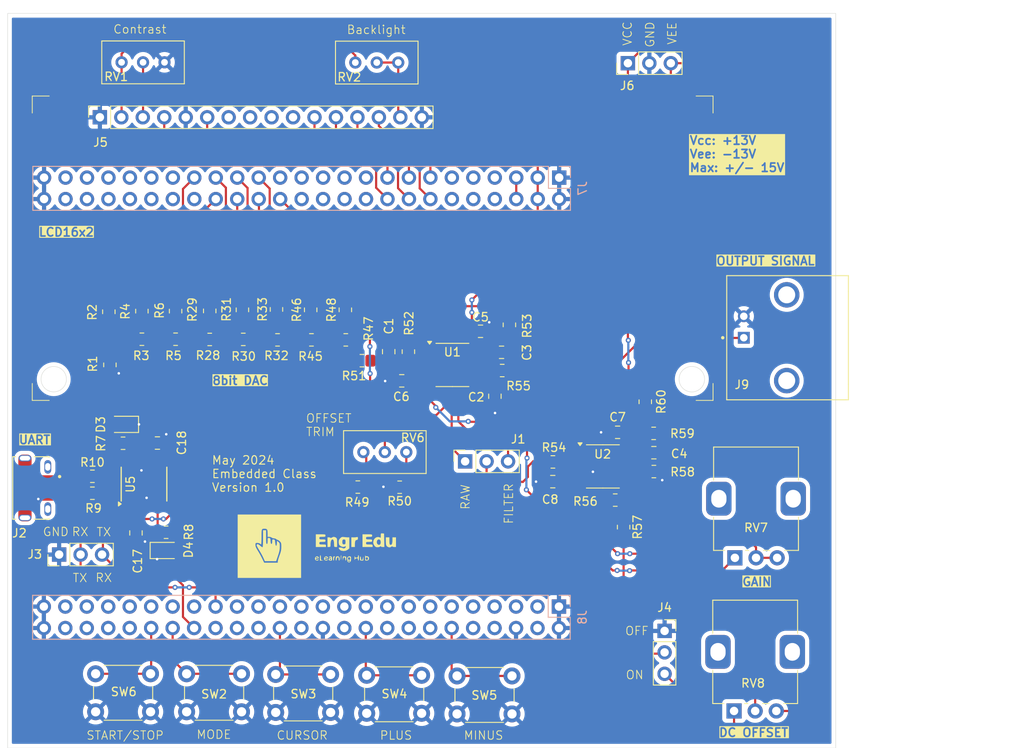
<source format=kicad_pcb>
(kicad_pcb (version 20240108) (generator "pcbnew") (generator_version "8.0")
  (layers (0 "F.Cu" signal) (31 "B.Cu" power) (34 "B.Paste" user) (35 "F.Paste" user) (36 "B.SilkS" user "B.Silkscreen") (37 "F.SilkS" user "F.Silkscreen") (38 "B.Mask" user) (39 "F.Mask" user) (44 "Edge.Cuts" user))
  (net 0 "")
  (net 1 "Net-(U1A--)")
  (net 2 "GND")
  (net 3 "/SW_CURSOR")
  (net 4 "Net-(J1-Pin_1)")
  (net 5 "Net-(U1B-+)")
  (net 6 "Net-(J1-Pin_3)")
  (net 7 "Net-(C3-Pad1)")
  (net 8 "Net-(U2B--)")
  (net 9 "Net-(C4-Pad2)")
  (net 10 "Net-(J1-Pin_2)")
  (net 11 "Net-(J4-Pin_3)")
  (net 12 "Net-(J4-Pin_2)")
  (net 14 "Net-(J9-Pad1)")
  (net 16 "Net-(R1-Pad2)")
  (net 17 "Net-(R3-Pad2)")
  (net 18 "Net-(R28-Pad1)")
  (net 19 "Net-(R28-Pad2)")
  (net 20 "Net-(R30-Pad2)")
  (net 21 "Net-(R32-Pad2)")
  (net 22 "Net-(R45-Pad2)")
  (net 23 "Net-(R47-Pad1)")
  (net 24 "Net-(R49-Pad2)")
  (net 25 "Net-(R50-Pad1)")
  (net 26 "Net-(U2A--)")
  (net 27 "Net-(R56-Pad2)")
  (net 28 "Net-(U2B-+)")
  (net 29 "Net-(U1A-+)")
  (net 30 "+5V")
  (net 42 "Net-(D3-A)")
  (net 43 "Net-(D4-A)")
  (net 44 "Net-(U5-CBUS1)")
  (net 45 "Net-(U5-CBUS2)")
  (net 46 "FTDI_VCC")
  (net 47 "/FTDI_D+")
  (net 48 "/FTDI_D-")
  (net 49 "/MODE")
  (net 50 "/FTDI_RX")
  (net 51 "/FTDI_TX")
  (net 52 "/E")
  (net 53 "/D1")
  (net 54 "/D0")
  (net 55 "/RS")
  (net 56 "/D4")
  (net 57 "/A")
  (net 58 "/D6")
  (net 59 "/D5")
  (net 60 "/D7")
  (net 61 "/D3")
  (net 62 "Net-(J5-Pin_3)")
  (net 63 "/D2")
  (net 64 "/SW_MODE")
  (net 65 "/SW_PLUS")
  (net 66 "/SW_MINUS")
  (net 67 "/SW_RUN_STOP")
  (net 68 "VCC")
  (net 69 "VEE")
  (net 70 "DAC_1")
  (net 71 "DAC_0")
  (net 72 "DAC_2")
  (net 73 "DAC_3")
  (net 74 "DAC_4")
  (net 75 "DAC_5")
  (net 76 "DAC_6")
  (net 77 "DAC_7")
  (net 143 "+3V0")
  (net 144 "/D+")
  (net 145 "/D-")
  (footprint "Capacitor_SMD:C_0805_2012Metric_Pad1.18x1.45mm_HandSolder" (layer "F.Cu") (at 129.3208 74.8538)
    (property "Reference" "C6")
    (property "Value" "0.1uF")
  )
  (footprint "Resistor_SMD:R_0805_2012Metric_Pad1.20x1.40mm_HandSolder" (layer "F.Cu") (at 124.6124 72.4662 180)
    (property "Reference" "R51")
    (property "Value" "20k")
  )
  (footprint "USB_B_Micro_Amphenol:AMPHENOL_10118194-0001LF" (layer "F.Cu") (at 84.7308 87.5424 -90)
    (property "Reference" "J2")
    (property "Value" "10118194-0001LF")
  )
  (footprint "LOGO" (layer "F.Cu") (at 121.1326 94.5896)
    (property "Reference" "G***" (hide yes))
    (property "Value" "LOGO" (hide yes))
  )
  (footprint "Button_Switch_THT:SW_PUSH_6mm_H5mm" (layer "F.Cu") (at 120.904 114.1222 180)
    (property "Reference" "SW3")
    (property "Value" "SW_CURSOR")
  )
  (footprint "Capacitor_SMD:C_0805_2012Metric_Pad1.18x1.45mm_HandSolder" (layer "F.Cu") (at 141.1318 71.4756 180)
    (property "Reference" "C3")
    (property "Value" "100pF")
  )
  (footprint "Resistor_SMD:R_0805_2012Metric_Pad1.20x1.40mm_HandSolder" (layer "F.Cu") (at 98.568 69.9262)
    (property "Reference" "R3")
    (property "Value" "10k")
  )
  (footprint "Resistor_SMD:R_0805_2012Metric_Pad1.20x1.40mm_HandSolder" (layer "F.Cu") (at 142.0622 68.2244 90)
    (property "Reference" "R53")
    (property "Value" "20k")
  )
  (footprint "Resistor_SMD:R_0805_2012Metric_Pad1.20x1.40mm_HandSolder" (layer "F.Cu") (at 96.3383 82.2452)
    (property "Reference" "R7")
    (property "Value" "270")
  )
  (footprint "Button_Switch_THT:SW_PUSH_6mm_H5mm" (layer "F.Cu") (at 110.363 114.046 180)
    (property "Reference" "SW2")
    (property "Value" "SW_MODE")
  )
  (footprint "Resistor_SMD:R_0805_2012Metric_Pad1.20x1.40mm_HandSolder" (layer "F.Cu") (at 159.131 81.0768)
    (property "Reference" "R59")
    (property "Value" "20k")
  )
  (footprint "Resistor_SMD:R_0805_2012Metric_Pad1.20x1.40mm_HandSolder" (layer "F.Cu") (at 106.5944 66.5734 90)
    (property "Reference" "R29")
    (property "Value" "20k")
  )
  (footprint "Package_SO:SOIC-8_3.9x4.9mm_P1.27mm" (layer "F.Cu") (at 135.3152 72.9742)
    (property "Reference" "U1")
    (property "Value" "TL072")
  )
  (footprint "Resistor_SMD:R_0805_2012Metric_Pad1.20x1.40mm_HandSolder" (layer "F.Cu") (at 122.6472 66.4464 90)
    (property "Reference" "R48")
    (property "Value" "20k")
  )
  (footprint "Resistor_SMD:R_0805_2012Metric_Pad1.20x1.40mm_HandSolder" (layer "F.Cu") (at 159.1564 85.598)
    (property "Reference" "R58")
    (property "Value" "20k")
  )
  (footprint "Capacitor_SMD:C_0805_2012Metric_Pad1.18x1.45mm_HandSolder" (layer "F.Cu") (at 154.8638 80.9498 180)
    (property "Reference" "C7")
    (property "Value" "0.1uF")
  )
  (footprint "Resistor_SMD:R_0805_2012Metric_Pad1.20x1.40mm_HandSolder" (layer "F.Cu") (at 110.5662 69.9444)
    (property "Reference" "R30")
    (property "Value" "10k")
  )
  (footprint "BNC_RightAngle_50ohm:BNC_RightAngle_50ohm" (layer "F.Cu") (at 169.799 69.7484 180)
    (property "Reference" "J9")
    (property "Value" "BNC_CONN")
  )
  (footprint "Resistor_SMD:R_0805_2012Metric_Pad1.20x1.40mm_HandSolder" (layer "F.Cu") (at 94.7834 72.9648 90)
    (property "Reference" "R1")
    (property "Value" "20k")
  )
  (footprint "Potentiometer_THT:Potentiometer_Alps_RK09K_Single_Vertical" (layer "F.Cu") (at 168.7468 95.8136 90)
    (property "Reference" "RV7")
    (property "Value" "100k")
  )
  (footprint "Package_SO:SOIC-8_3.9x4.9mm_P1.27mm" (layer "F.Cu") (at 153.1224 84.9884)
    (property "Reference" "U2")
    (property "Value" "TL072")
  )
  (footprint "Capacitor_SMD:C_0805_2012Metric_Pad1.18x1.45mm_HandSolder" (layer "F.Cu") (at 127.7753 71.3994 90)
    (property "Reference" "C1")
    (property "Value" "100pF")
  )
  (footprint "Resistor_SMD:R_0805_2012Metric_Pad1.20x1.40mm_HandSolder" (layer "F.Cu") (at 110.4646 66.4464 90)
    (property "Reference" "R31")
    (property "Value" "20k")
  )
  (footprint "Resistor_SMD:R_0805_2012Metric_Pad1.20x1.40mm_HandSolder" (layer "F.Cu") (at 129.0734 87.4522 180)
    (property "Reference" "R50")
    (property "Value" "10k")
  )
  (footprint "Capacitor_SMD:C_0805_2012Metric_Pad1.18x1.45mm_HandSolder" (layer "F.Cu") (at 147.193 86.7918)
    (property "Reference" "C8")
    (property "Value" "0.1uF")
  )
  (footprint "Resistor_SMD:R_0805_2012Metric_Pad1.20x1.40mm_HandSolder" (layer "F.Cu") (at 102.5558 66.5988 90)
    (property "Reference" "R6")
    (property "Value" "20k")
  )
  (footprint "Resistor_SMD:R_0805_2012Metric_Pad1.20x1.40mm_HandSolder" (layer "F.Cu") (at 155.575 92.1766 -90)
    (property "Reference" "R57")
    (property "Value" "20k")
  )
  (footprint "Resistor_SMD:R_0805_2012Metric_Pad1.20x1.40mm_HandSolder" (layer "F.Cu") (at 98.568 66.5988 90)
    (property "Reference" "R4")
    (property "Value" "20k")
  )
  (footprint "Connector_PinHeader_2.54mm:PinHeader_1x03_P2.54mm_Vertical" (layer "F.Cu") (at 88.773 95.4278 90)
    (property "Reference" "J3")
    (property "Value" "FTDI_UART_CONN")
  )
  (footprint "Resistor_SMD:R_0805_2012Metric_Pad1.20x1.40mm_HandSolder" (layer "F.Cu") (at 114.4938 66.3956 90)
    (property "Reference" "R33")
    (property "Value" "20k")
  )
  (footprint "Potentiometer_THT:Potentiometer_Alps_RK09K_Single_Vertical" (layer "F.Cu") (at 168.6452 113.9492 90)
    (property "Reference" "RV8")
    (property "Value" "1M")
  )
  (footprint "Connector_PinSocket_2.54mm:PinSocket_1x03_P2.54mm_Vertical" (layer "F.Cu") (at 160.4264 104.4702)
    (property "Reference" "J4")
    (property "Value" "DC_OFFSET_CONN")
  )
  (footprint "Button_Switch_THT:SW_PUSH_6mm_H5mm" (layer "F.Cu") (at 131.6736 114.2238 180)
    (property "Reference" "SW4")
    (property "Value" "SW_PLUS")
  )
  (footprint "LED_SMD:LED_0805_2012Metric_Pad1.15x1.40mm_HandSolder" (layer "F.Cu") (at 101.4058 94.9452)
    (property "Reference" "D4")
    (property "Value" "RXLED")
  )
  (footprint "Capacitor_SMD:C_0805_2012Metric_Pad1.18x1.45mm_HandSolder" (layer "F.Cu") (at 138.6426 68.9864)
    (property "Reference" "C5")
    (property "Value" "0.1uF")
  )
  (footprint "Resistor_SMD:R_0805_2012Metric_Pad1.20x1.40mm_HandSolder" (layer "F.Cu") (at 154.5844 88.9762 180)
    (property "Reference" "R56")
    (property "Value" "20k")
  )
  (footprint "Connector_PinSocket_2.54mm:PinSocket_1x03_P2.54mm_Vertical" (layer "F.Cu") (at 136.8198 84.3896 90)
    (property "Reference" "J1")
    (property "Value" "FILTER_CONN")
  )
  (footprint "Connector_PinSocket_2.54mm:PinSocket_1x16_P2.54mm_Vertical" (layer "F.Cu") (at 93.594902 43.6444 90)
    (property "Reference" "J5")
    (property "Value" "LCD_CONN")
  )
  (footprint "Connector_PinHeader_2.54mm:PinHeader_1x03_P2.54mm_Vertical" (layer "F.Cu") (at 156.083 37.2364 90)
    (property "Reference" "J6")
    (property "Value" "Conn_OpAmp_Power")
  )
  (footprint "Resistor_SMD:R_0805_2012Metric_Pad1.20x1.40mm_HandSolder" (layer "F.Cu") (at 124.1204 87.4362)
    (property "Reference" "R49")
    (property "Value" "100k")
  )
  (footprint "Capacitor_SMD:C_0805_2012Metric_Pad1.18x1.45mm_HandSolder" (layer "F.Cu") (at 100.4062 82.2198 180)
    (property "Reference" "C18")
    (property "Value" "0.01uF")
  )
  (footprint "Button_Switch_THT:SW_PUSH_6mm_H5mm" (layer "F.Cu") (at 99.5934 114.046 180)
    (property "Reference" "SW6")
    (property "Value" "SW_RUN_STOP")
  )
  (footprint "Resistor_SMD:R_0805_2012Metric_Pad1.20x1.40mm_HandSolder" (layer "F.Cu") (at 118.634 70.0024)
    (property "Reference" "R45")
    (property "Value" "10k")
  )
  (footprint "Package_SO:SSOP-16_3.9x4.9mm_P0.635mm" (layer "F.Cu") (at 98.8187 87.0839 90)
    (property "Reference" "U5")
    (property "Value" "FT230XS")
  )
  (footprint "Resistor_SMD:R_0805_2012Metric_Pad1.20x1.40mm_HandSolder" (layer "F.Cu") (at 101.4312 92.7862 180)
    (property "Reference" "R8")
    (property "Value" "270")
  )
  (footprint "Resistor_SMD:R_0805_2012Metric_Pad1.20x1.40mm_HandSolder" (layer "F.Cu") (at 106.5944 69.9516)
    (property "Reference" "R28")
    (property "Value" "10k")
  )
  (footprint "Potentiometer_THT:Potentiometer_Bourns_3296W_Vertical" (layer "F.Cu") (at 128.905 37.1602)
    (property "Reference" "RV2")
    (property "Value" "1k")
  )
  (footprint "Resistor_SMD:R_0805_2012Metric_Pad1.20x1.40mm_HandSolder" (layer "F.Cu") (at 118.5418 66.4464 90)
    (property "Reference" "R46")
    (property "Value" "20k")
  )
  (footprint "Capacitor_SMD:C_0805_2012Metric_Pad1.18x1.45mm_HandSolder" (layer "F.Cu") (at 159.1564 83.3628 180)
    (property "Reference" "C4")
    (property "Value" "680pF")
  )
  (footprint "Resistor_SMD:R_0805_2012Metric_Pad1.20x1.40mm_HandSolder" (layer "F.Cu") (at 141.208 73.6346)
    (property "Reference" "R55")
    (property "Value" "20k")
  )
  (footprint "LED_SMD:LED_0805_2012Metric_Pad1.15x1.40mm_HandSolder" (layer "F.Cu") (at 96.3129 80.01 180)
    (property "Reference" "D3")
    (property "Value" "TXLED")
  )
  (footprint "Resistor_SMD:R_0805_2012Metric_Pad1.20x1.40mm_HandSolder" (layer "F.Cu") (at 130.1082 71.3994 -90)
    (property "Reference" "R52")
    (property "Value" "20k")
  )
  (footprint "Capacitor_SMD:C_0805_2012Metric_Pad1.18x1.45mm_HandSolder" (layer "F.Cu") (at 97.8662 92.8663 -90)
    (property "Reference" "C17")
    (property "Value" "0.1uF")
  )
  (footprint "Resistor_SMD:R_0805_2012Metric_Pad1.20x1.40mm_HandSolder" (layer "F.Cu") (at 122.698 70.0024 180)
    (property "Reference" "R47")
    (property "Value" "10k")
  )
  (footprint "Resistor_SMD:R_0805_2012Metric_Pad1.20x1.40mm_HandSolder" (layer "F.Cu") (at 92.71 86.1568)
    (property "Reference" "R10")
    (property "Value" "27R")
  )
  (footprint "Potentiometer_THT:Potentiometer_Bourns_3296W_Vertical" (layer "F.Cu") (at 101.2444 37.1348)
    (property "Reference" "RV1")
    (property "Value" "10k")
  )
  (footprint "Resistor_SMD:R_0805_2012Metric_Pad1.20x1.40mm_HandSolder" (layer "F.Cu") (at 92.71 88.1634)
    (property "Reference" "R9")
    (property "Value" "27R")
  )
  (footprint "Button_Switch_THT:SW_PUSH_6mm_H5mm" (layer "F.Cu") (at 142.367 114.3 180)
    (property "Reference" "SW5")
    (property "Value" "SW_MINUS")
  )
  (footprint "Resistor_SMD:R_0805_2012Metric_Pad1.20x1.40mm_HandSolder" (layer "F.Cu") (at 114.6208 70.0024)
    (property "Reference" "R32")
    (property "Value" "10k")
  )
  (footprint "Resistor_SMD:R_0805_2012Metric_Pad1.20x1.40mm_HandSolder" (layer "F.Cu") (at 94.6564 66.675 90)
    (property "Reference" "R2")
    (property "Value" "20k")
  )
  (footprint "Resistor_SMD:R_0805_2012Metric_Pad1.20x1.40mm_HandSolder" (layer "F.Cu") (at 147.209 84.455 180)
    (property "Reference" "R54")
    (property "Value" "1k")
  )
  (footprint "Resistor_SMD:R_0805_2012Metric_Pad1.20x1.40mm_HandSolder" (layer "F.Cu") (at 102.5558 69.9262)
    (property "Reference" "R5")
    (property "Value" "10k")
  )
  (footprint "Resistor_SMD:R_0805_2012Metric_Pad1.20x1.40mm_HandSolder" (layer "F.Cu") (at 158.1404 77.3336 -90)
    (property "Reference" "R60")
    (property "Value" "49.9")
  )
  (footprint "Potentiometer_THT:Potentiometer_Bourns_3296W_Vertical" (layer "F.Cu") (at 124.7808 83.296 180)
    (property "Reference" "RV6")
    (property "Value" "20k")
  )
  (footprint "Capacitor_SMD:C_0805_2012Metric_Pad1.18x1.45mm_HandSolder" (layer "F.Cu") (at 140.3444 76.6787 90)
    (property "Reference" "C2")
    (property "Value" "100pF")
  )
  (footprint "Connector_PinSocket_2.54mm:PinSocket_2x25_P2.54mm_Vertical" (layer "B.Cu") (at 147.9506 50.7872 90)
    (property "Reference" "J7")
    (property "Value" "Conn_DiscBoard_Right")
  )
  (footprint "Connector_PinSocket_2.54mm:PinSocket_2x25_P2.54mm_Vertical" (layer "B.Cu") (at 147.9252 101.5872 90)
    (property "Reference" "J8")
    (property "Value" "Conn_DiscBoard_Left")
  )
  (gr_line (start 166.162702 41.1298) (end 164.156102 41.1298) (stroke (width 0.1)) (layer "F.SilkS"))
  (gr_line (start 166.162702 41.1298) (end 166.162702 43.1364) (stroke (width 0.1)) (layer "F.SilkS"))
  (gr_line (start 166.162702 77.1724) (end 164.156102 77.1724) (stroke (width 0.1)) (layer "F.SilkS"))
  (gr_line (start 85.593902 77.1724) (end 85.593902 75.1658) (stroke (width 0.1)) (layer "F.SilkS"))
  (gr_line (start 85.593902 77.1724) (end 87.600502 77.1724) (stroke (width 0.1)) (layer "F.SilkS"))
  (gr_line (start 85.593902 41.1298) (end 87.600502 41.1298) (stroke (width 0.1)) (layer "F.SilkS"))
  (gr_line (start 85.593902 41.1298) (end 85.593902 43.1364) (stroke (width 0.1)) (layer "F.SilkS"))
  (gr_line (start 166.162702 77.1724) (end 166.162702 75.1658) (stroke (width 0.1)) (layer "F.SilkS"))
  (gr_rect (start 82.677 31.3436) (end 180.677 118.3436) (stroke (width 0.05)) (fill none) (layer "Edge.Cuts"))
  (gr_circle (center 88.133902 74.6578) (end 89.429302 75.4198) (stroke (width 0.05)) (fill none) (layer "Edge.Cuts"))
  (gr_circle (center 163.648102 74.6578) (end 164.994302 75.3436) (stroke (width 0.05)) (fill none) (layer "Edge.Cuts"))
  (gr_text "May 2024\nEmbedded Class\nVersion 1.0" (at 106.7816 88.0618 0) (layer "F.SilkS") (effects (font (size 1 1) (thickness 0.125)) (justify left bottom)))
  (gr_text "Contrast" (at 95.123 33.8074 0) (layer "F.SilkS") (effects (font (size 1 1) (thickness 0.1)) (justify left bottom)))
  (gr_text "OUTPUT SIGNAL" (at 166.4462 61.2394 0) (layer "F.SilkS" knockout) (effects (font (size 1 1) (thickness 0.2) (bold yes)) (justify left bottom)))
  (gr_text "VCC\n" (at 156.6164 35.2298 90) (layer "F.SilkS") (effects (font (size 1 1) (thickness 0.1)) (justify left bottom)))
  (gr_text "LCD16x2" (at 86.2584 57.8358 0) (layer "F.SilkS" knockout) (effects (font (size 1 1) (thickness 0.2) (bold yes)) (justify left bottom)))
  (gr_text "GND" (at 86.7918 93.3196 0) (layer "F.SilkS") (effects (font (size 1 1) (thickness 0.1)) (justify left bottom)))
  (gr_text "UART" (at 83.8962 82.423 0) (layer "F.SilkS" knockout) (effects (font (size 1 1) (thickness 0.2) (bold yes)) (justify left bottom)))
  (gr_text "CURSOR" (at 114.4524 117.4242 0) (layer "F.SilkS") (effects (font (size 1 1) (thickness 0.1)) (justify left bottom)))
  (gr_text "TX" (at 93.1418 93.345 0) (layer "F.SilkS") (effects (font (size 1 1) (thickness 0.1)) (justify left bottom)))
  (gr_text "PLUS" (at 126.6698 117.4242 0) (layer "F.SilkS") (effects (font (size 1 1) (thickness 0.1)) (justify left bottom)))
  (gr_text "DC OFFSET" (at 166.751 117.094 0) (layer "F.SilkS" knockout) (effects (font (size 1 1) (thickness 0.2) (bold yes)) (justify left bottom)))
  (gr_text "ON" (at 155.7782 110.2614 0) (layer "F.SilkS") (effects (font (size 1 1) (thickness 0.1)) (justify left bottom)))
  (gr_text "TX" (at 90.3224 98.7806 0) (layer "F.SilkS") (effects (font (size 1 1) (thickness 0.1)) (justify left bottom)))
  (gr_text "OFFSET \nTRIM" (at 117.9322 81.4832 0) (layer "F.SilkS") (effects (font (size 1 1) (thickness 0.1)) (justify left bottom)))
  (gr_text "MODE" (at 104.9782 117.3226 0) (layer "F.SilkS") (effects (font (size 1 1) (thickness 0.1)) (justify left bottom)))
  (gr_text "OFF\n" (at 155.702 105.0544 0) (layer "F.SilkS") (effects (font (size 1 1) (thickness 0.1)) (justify left bottom)))
  (gr_text "MINUS" (at 136.6012 117.4242 0) (layer "F.SilkS") (effects (font (size 1 1) (thickness 0.1)) (justify left bottom)))
  (gr_text "VEE" (at 161.8996 35.1028 90) (layer "F.SilkS") (effects (font (size 1 1) (thickness 0.1)) (justify left bottom)))
  (gr_text "START/STOP" (at 91.948 117.4242 0) (layer "F.SilkS") (effects (font (size 1 1) (thickness 0.1)) (justify left bottom)))
  (gr_text "RX" (at 93.0148 98.7552 0) (layer "F.SilkS") (effects (font (size 1 1) (thickness 0.1)) (justify left bottom)))
  (gr_text "8bit DAC" (at 106.807 75.4126 0) (layer "F.SilkS" knockout) (effects (font (size 1 1) (thickness 0.2) (bold yes)) (justify left bottom)))
  (gr_text "FILTER" (at 142.5702 91.8718 90) (layer "F.SilkS") (effects (font (size 1 1) (thickness 0.1)) (justify left bottom)))
  (gr_text "RX" (at 90.2208 93.3196 0) (layer "F.SilkS") (effects (font (size 1 1) (thickness 0.1)) (justify left bottom)))
  (gr_text "Backlight" (at 122.7582 33.8582 0) (layer "F.SilkS") (effects (font (size 1 1) (thickness 0.1)) (justify left bottom)))
  (gr_text "RAW" (at 137.4394 90.17 90) (layer "F.SilkS") (effects (font (size 1 1) (thickness 0.1)) (justify left bottom)))
  (gr_text "Vcc: +13V\nVee: -13V\nMax: +/- 15V" (at 163.2966 50.1904 0) (layer "F.SilkS" knockout) (effects (font (size 1 1) (thickness 0.2) (bold yes)) (justify left bottom)))
  (gr_text "GND" (at 159.2834 35.433 90) (layer "F.SilkS") (effects (font (size 1 1) (thickness 0.1)) (justify left bottom)))
  (gr_text "GAIN" (at 169.5196 99.2378 0) (layer "F.SilkS" knockout) (effects (font (size 1 1) (thickness 0.2) (bold yes)) (justify left bottom)))
  (segment (start 125.6124 72.4662) (end 127.746 72.4662) (width 0.254) (layer "F.Cu") (net 1))
  (segment (start 130.0707 72.4369) (end 130.1082 72.3994) (width 0.254) (layer "F.Cu") (net 1))
  (segment (start 127.746 72.4662) (end 127.7753 72.4369) (width 0.254) (layer "F.Cu") (net 1))
  (segment (start 132.78 72.3994) (end 132.8402 72.3392) (width 0.254) (layer "F.Cu") (net 1))
  (segment (start 127.7753 72.4369) (end 130.0707 72.4369) (width 0.254) (layer "F.Cu") (net 1))
  (segment (start 130.1082 72.3994) (end 132.78 72.3994) (width 0.254) (layer "F.Cu") (net 1))
  (segment (start 94.7834 73.9648) (end 95.8342 73.9648) (width 0.254) (layer "F.Cu") (net 2))
  (segment (start 101.4437 81.1839) (end 101.4492 81.1784) (width 0.254) (layer "F.Cu") (net 2))
  (segment (start 98.5012 85.4456) (end 98.5139 85.4583) (width 0.254) (layer "F.Cu") (net 2))
  (segment (start 139.6801 68.9864) (end 139.6801 67.9251) (width 0.254) (layer "F.Cu") (net 2))
  (segment (start 86.316 88.8424) (end 86.3092 88.8492) (width 0.254) (layer "F.Cu") (net 2))
  (segment (start 98.5012 84.4839) (end 98.5012 85.4456) (width 0.254) (layer "F.Cu") (net 2))
  (segment (start 139.6801 67.9251) (end 139.6746 67.9196) (width 0.254) (layer "F.Cu") (net 2))
  (segment (start 160.147 86.614) (end 160.147 85.6074) (width 0.254) (layer "F.Cu") (net 2))
  (segment (start 101.4437 82.2198) (end 101.4437 81.1839) (width 0.254) (layer "F.Cu") (net 2))
  (segment (start 140.3444 77.7162) (end 140.3444 78.6478) (width 0.254) (layer "F.Cu") (net 2))
  (segment (start 153.8263 80.9498) (end 152.908 80.9498) (width 0.254) (layer "F.Cu") (net 2))
  (segment (start 127.2032 87.4522) (end 127.1524 87.4014) (width 0.254) (layer "F.Cu") (net 2))
  (segment (start 98.9332 93.8895) (end 97.8805 93.8895) (width 0.254) (layer "F.Cu") (net 2))
  (segment (start 98.2234 80.01) (end 97.3379 80.01) (width 0.254) (layer "F.Cu") (net 2))
  (segment (start 99.1362 89.6839) (end 99.1362 88.7222) (width 0.254) (layer "F.Cu") (net 2))
  (segment (start 160.147 85.6074) (end 160.1564 85.598) (width 0.254) (layer "F.Cu") (net 2))
  (segment (start 127.381 74.8538) (end 127.3556 74.8792) (width 0.254) (layer "F.Cu") (net 2))
  (segment (start 145.2118 86.7918) (end 146.1555 86.7918) (width 0.254) (layer "F.Cu") (net 2))
  (segment (start 128.2833 74.8538) (end 127.381 74.8538) (width 0.254) (layer "F.Cu") (net 2))
  (segment (start 151.9428 85.6234) (end 150.6474 85.6234) (width 0.254) (layer "F.Cu") (net 2))
  (segment (start 140.3444 78.6478) (end 140.3604 78.6638) (width 0.254) (layer "F.Cu") (net 2))
  (segment (start 100.3646 95.9684) (end 100.3646 94.9614) (width 0.254) (layer "F.Cu") (net 2))
  (segment (start 99.1362 88.7222) (end 99.1235 88.7095) (width 0.254) (layer "F.Cu") (net 2))
  (segment (start 100.3646 94.9614) (end 100.3808 94.9452) (width 0.254) (layer "F.Cu") (net 2))
  (segment (start 128.0734 87.4522) (end 127.2032 87.4522) (width 0.254) (layer "F.Cu") (net 2))
  (segment (start 87.4058 88.8424) (end 86.316 88.8424) (width 0.254) (layer "F.Cu") (net 2))
  (segment (start 97.8805 93.8895) (end 97.8662 93.9038) (width 0.254) (layer "F.Cu") (net 2))
  (via (at 151.9428 85.6234) (size 0.6) (drill 0.3) (layers "F.Cu" "B.Cu") (net 2))
  (via (at 98.2234 80.01) (size 0.6) (drill 0.3) (layers "F.Cu" "B.Cu") (net 2))
  (via (at 139.6746 67.9196) (size 0.6) (drill 0.3) (layers "F.Cu" "B.Cu") (net 2))
  (via (at 140.3604 78.6638) (size 0.6) (drill 0.3) (layers "F.Cu" "B.Cu") (net 2))
  (via (at 100.3646 95.9684) (size 0.6) (drill 0.3) (layers "F.Cu" "B.Cu") (net 2))
  (via (at 99.1235 88.7095) (size 0.6) (drill 0.3) (layers "F.Cu" "B.Cu") (net 2))
  (via (at 127.3556 74.8792) (size 0.6) (drill 0.3) (layers "F.Cu" "B.Cu") (net 2))
  (via (at 98.5139 85.4583) (size 0.6) (drill 0.3) (layers "F.Cu" "B.Cu") (net 2))
  (via (at 127.1524 87.4014) (size 0.6) (drill 0.3) (layers "F.Cu" "B.Cu") (net 2))
  (via (at 152.908 80.9498) (size 0.6) (drill 0.3) (layers "F.Cu" "B.Cu") (net 2))
  (via (at 160.147 86.614) (size 0.6) (drill 0.3) (layers "F.Cu" "B.Cu") (net 2))
  (via (at 86.3092 88.8492) (size 0.6) (drill 0.3) (layers "F.Cu" "B.Cu") (net 2))
  (via (at 145.2118 86.7918) (size 0.6) (drill 0.3) (layers "F.Cu" "B.Cu") (net 2))
  (via (at 95.8342 73.9648) (size 0.6) (drill 0.3) (layers "F.Cu" "B.Cu") (net 2))
  (via (at 101.4492 81.1784) (size 0.6) (drill 0.3) (layers "F.Cu" "B.Cu") (net 2))
  (via (at 98.9332 93.8895) (size 0.6) (drill 0.3) (layers "F.Cu" "B.Cu") (net 2))
  (segment (start 114.9052 109.121) (end 114.404 109.6222) (width 0.254) (layer "F.Cu") (net 3))
  (segment (start 120.904 109.6222) (end 114.404 109.6222) (width 0.254) (layer "F.Cu") (net 3))
  (segment (start 114.9052 104.1272) (end 114.9052 109.121) (width 0.254) (layer "F.Cu") (net 3))
  (segment (start 132.8402 71.0692) (end 132.8402 70.1312) (width 0.254) (layer "F.Cu") (net 4))
  (segment (start 136.9568 66.0146) (end 141.7066 66.0146) (width 0.254) (layer "F.Cu") (net 4))
  (segment (start 136.8198 84.3896) (end 135.2296 82.7994) (width 0.254) (layer "F.Cu") (net 4))
  (segment (start 132.1704 70.3994) (end 132.8402 71.0692) (width 0.254) (layer "F.Cu") (net 4))
  (segment (start 132.8402 70.1312) (end 136.9568 66.0146) (width 0.254) (layer "F.Cu") (net 4))
  (segment (start 127.8128 70.3994) (end 127.7753 70.3619) (width 0.254) (layer "F.Cu") (net 4))
  (segment (start 135.2296 82.7994) (end 135.2296 72.3138) (width 0.254) (layer "F.Cu") (net 4))
  (segment (start 130.1082 70.3994) (end 127.8128 70.3994) (width 0.254) (layer "F.Cu") (net 4))
  (segment (start 135.2296 72.3138) (end 133.985 71.0692) (width 0.254) (layer "F.Cu") (net 4))
  (segment (start 141.986 66.294) (end 141.986 67.1482) (width 0.254) (layer "F.Cu") (net 4))
  (segment (start 141.986 67.1482) (end 142.0622 67.2244) (width 0.254) (layer "F.Cu") (net 4))
  (segment (start 133.985 71.0692) (end 132.8402 71.0692) (width 0.254) (layer "F.Cu") (net 4))
  (segment (start 130.1082 70.3994) (end 132.1704 70.3994) (width 0.254) (layer "F.Cu") (net 4))
  (segment (start 141.7066 66.0146) (end 141.986 66.294) (width 0.254) (layer "F.Cu") (net 4))
  (segment (start 140.208 73.6346) (end 140.3444 73.771) (width 0.254) (layer "F.Cu") (net 5))
  (segment (start 140.3444 73.771) (end 140.3444 75.6412) (width 0.254) (layer "F.Cu") (net 5))
  (segment (start 137.7902 74.8792) (end 139.5824 74.8792) (width 0.254) (layer "F.Cu") (net 5))
  (segment (start 139.5824 74.8792) (end 140.3444 75.6412) (width 0.254) (layer "F.Cu") (net 5))
  (segment (start 141.8998 81.7018) (end 141.8998 84.3896) (width 0.254) (layer "F.Cu") (net 6))
  (segment (start 139.2307 72.3392) (end 140.0943 71.4756) (width 0.254) (layer "F.Cu") (net 6))
  (segment (start 137.7902 72.3392) (end 139.2307 72.3392) (width 0.254) (layer "F.Cu") (net 6))
  (segment (start 141.1224 80.9244) (end 141.8998 81.7018) (width 0.254) (layer "F.Cu") (net 6))
  (segment (start 136.6266 73.6092) (end 136.017 74.2188) (width 0.254) (layer "F.Cu") (net 6))
  (segment (start 137.7902 72.3392) (end 137.7902 73.6092) (width 0.254) (layer "F.Cu") (net 6))
  (segment (start 136.017 79.6544) (end 137.287 80.9244) (width 0.254) (layer "F.Cu") (net 6))
  (segment (start 137.287 80.9244) (end 141.1224 80.9244) (width 0.254) (layer "F.Cu") (net 6))
  (segment (start 137.7902 73.6092) (end 136.6266 73.6092) (width 0.254) (layer "F.Cu") (net 6))
  (segment (start 136.017 74.2188) (end 136.017 79.6544) (width 0.254) (layer "F.Cu") (net 6))
  (segment (start 142.0622 71.3685) (end 142.1693 71.4756) (width 0.254) (layer "F.Cu") (net 7))
  (segment (start 142.0622 69.2244) (end 142.0622 71.3685) (width 0.254) (layer "F.Cu") (net 7))
  (segment (start 142.208 71.5143) (end 142.1693 71.4756) (width 0.254) (layer "F.Cu") (net 7))
  (segment (start 142.208 73.6346) (end 142.208 71.5143) (width 0.254) (layer "F.Cu") (net 7))
  (segment (start 155.6228 85.598) (end 155.5974 85.6234) (width 0.254) (layer "F.Cu") (net 8))
  (segment (start 160.131 83.2999) (end 160.1939 83.3628) (width 0.254) (layer "F.Cu") (net 8))
  (segment (start 158.1564 85.598) (end 155.6228 85.598) (width 0.254) (layer "F.Cu") (net 8))
  (segment (start 160.131 81.0768) (end 160.131 83.2999) (width 0.254) (layer "F.Cu") (net 8))
  (segment (start 160.1939 83.3628) (end 160.1939 83.5605) (width 0.254) (layer "F.Cu") (net 8))
  (segment (start 160.1939 83.5605) (end 158.1564 85.598) (width 0.254) (layer "F.Cu") (net 8))
  (segment (start 158.1404 78.3336) (end 158.131 78.343) (width 0.254) (layer "F.Cu") (net 9))
  (segment (start 158.1189 81.0889) (end 158.131 81.0768) (width 0.254) (layer "F.Cu") (net 9))
  (segment (start 155.5974 84.3534) (end 157.1283 84.3534) (width 0.254) (layer "F.Cu") (net 9))
  (segment (start 157.1283 84.3534) (end 158.1189 83.3628) (width 0.254) (layer "F.Cu") (net 9))
  (segment (start 158.131 78.343) (end 158.131 81.0768) (width 0.254) (layer "F.Cu") (net 9))
  (segment (start 158.1189 83.3628) (end 158.1189 81.0889) (width 0.254) (layer "F.Cu") (net 9))
  (segment (start 144.8816 84.3788) (end 146.1328 84.3788) (width 0.254) (layer "F.Cu") (net 10))
  (segment (start 143.6624 86.8172) (end 144.2466 86.233) (width 0.254) (layer "F.Cu") (net 10))
  (segment (start 139.3598 86.2738) (end 139.9032 86.8172) (width 0.254) (layer "F.Cu") (net 10))
  (segment (start 144.2466 86.233) (end 144.2466 85.0138) (width 0.254) (layer "F.Cu") (net 10))
  (segment (start 139.3598 84.3896) (end 139.3598 86.2738) (width 0.254) (layer "F.Cu") (net 10))
  (segment (start 146.1328 84.3788) (end 146.209 84.455) (width 0.254) (layer "F.Cu") (net 10))
  (segment (start 139.9032 86.8172) (end 143.6624 86.8172) (width 0.254) (layer "F.Cu") (net 10))
  (segment (start 144.2466 85.0138) (end 144.8816 84.3788) (width 0.254) (layer "F.Cu") (net 10))
  (segment (start 171.1452 111.6838) (end 171.1452 113.9492) (width 0.254) (layer "F.Cu") (net 11))
  (segment (start 160.4264 109.5502) (end 161.9504 111.0742) (width 0.254) (layer "F.Cu") (net 11))
  (segment (start 170.5356 111.0742) (end 171.1452 111.6838) (width 0.254) (layer "F.Cu") (net 11))
  (segment (start 161.9504 111.0742) (end 170.5356 111.0742) (width 0.254) (layer "F.Cu") (net 11))
  (segment (start 160.274 107.1626) (end 160.4264 107.0102) (width 0.254) (layer "F.Cu") (net 12))
  (segment (start 155.575 93.1766) (end 155.575 104.902) (width 0.254) (layer "F.Cu") (net 12))
  (segment (start 155.575 104.902) (end 157.8356 107.1626) (width 0.254) (layer "F.Cu") (net 12))
  (segment (start 157.8356 107.1626) (end 160.274 107.1626) (width 0.254) (layer "F.Cu") (net 12))
  (segment (start 158.1404 76.3336) (end 158.1404 72.771) (width 0.254) (layer "F.Cu") (net 14))
  (segment (start 158.1404 72.771) (end 161.1376 69.7738) (width 0.254) (layer "F.Cu") (net 14))
  (segment (start 169.7736 69.7738) (end 169.799 69.7484) (width 0.254) (layer "F.Cu") (net 14))
  (segment (start 161.1376 69.7738) (end 169.7736 69.7738) (width 0.254) (layer "F.Cu") (net 14))
  (segment (start 94.7834 71.9648) (end 94.7834 67.802) (width 0.254) (layer "F.Cu") (net 16))
  (segment (start 97.568 69.9262) (end 95.5294 71.9648) (width 0.254) (layer "F.Cu") (net 16))
  (segment (start 94.7834 67.802) (end 94.6564 67.675) (width 0.254) (layer "F.Cu") (net 16))
  (segment (start 95.5294 71.9648) (end 94.7834 71.9648) (width 0.254) (layer "F.Cu") (net 16))
  (segment (start 99.568 68.5988) (end 99.568 69.9262) (width 0.254) (layer "F.Cu") (net 17))
  (segment (start 98.568 67.5988) (end 99.568 68.5988) (width 0.254) (layer "F.Cu") (net 17))
  (segment (start 99.568 69.9262) (end 101.5558 69.9262) (width 0.254) (layer "F.Cu") (net 17))
  (segment (start 103.5558 69.9262) (end 103.5558 68.5988) (width 0.254) (layer "F.Cu") (net 18))
  (segment (start 105.5944 69.9516) (end 103.5812 69.9516) (width 0.254) (layer "F.Cu") (net 18))
  (segment (start 103.5812 69.9516) (end 103.5558 69.9262) (width 0.254) (layer "F.Cu") (net 18))
  (segment (start 103.5558 68.5988) (end 102.5558 67.5988) (width 0.254) (layer "F.Cu") (net 18))
  (segment (start 107.5944 69.9516) (end 107.5944 68.5734) (width 0.254) (layer "F.Cu") (net 19))
  (segment (start 109.5662 69.9444) (end 107.6016 69.9444) (width 0.254) (layer "F.Cu") (net 19))
  (segment (start 107.6016 69.9444) (end 107.5944 69.9516) (width 0.254) (layer "F.Cu") (net 19))
  (segment (start 107.5944 68.5734) (end 106.5944 67.5734) (width 0.254) (layer "F.Cu") (net 19))
  (segment (start 111.6242 70.0024) (end 111.5662 69.9444) (width 0.254) (layer "F.Cu") (net 20))
  (segment (start 113.6208 70.0024) (end 111.6242 70.0024) (width 0.254) (layer "F.Cu") (net 20))
  (segment (start 111.5662 69.9444) (end 111.5662 68.548) (width 0.254) (layer "F.Cu") (net 20))
  (segment (start 111.5662 68.548) (end 110.4646 67.4464) (width 0.254) (layer "F.Cu") (net 20))
  (segment (start 115.6208 68.5226) (end 114.4938 67.3956) (width 0.254) (layer "F.Cu") (net 21))
  (segment (start 117.634 70.0024) (end 115.6208 70.0024) (width 0.254) (layer "F.Cu") (net 21))
  (segment (start 115.6208 70.0024) (end 115.6208 68.5226) (width 0.254) (layer "F.Cu") (net 21))
  (segment (start 121.698 70.0024) (end 119.634 70.0024) (width 0.254) (layer "F.Cu") (net 22))
  (segment (start 119.634 68.5386) (end 118.5418 67.4464) (width 0.254) (layer "F.Cu") (net 22))
  (segment (start 119.634 70.0024) (end 119.634 68.5386) (width 0.254) (layer "F.Cu") (net 22))
  (segment (start 123.6124 72.4662) (end 123.6124 70.088) (width 0.254) (layer "F.Cu") (net 23))
  (segment (start 123.698 68.4972) (end 123.698 70.0024) (width 0.254) (layer "F.Cu") (net 23))
  (segment (start 122.6472 67.4464) (end 123.698 68.4972) (width 0.254) (layer "F.Cu") (net 23))
  (segment (start 123.6124 70.088) (end 123.698 70.0024) (width 0.254) (layer "F.Cu") (net 23))
  (segment (start 125.1204 83.6356) (end 124.7808 83.296) (width 0.254) (layer "F.Cu") (net 24))
  (segment (start 125.1204 87.4362) (end 125.1204 83.6356) (width 0.254) (layer "F.Cu") (net 24))
  (segment (start 129.8608 83.296) (end 129.8608 87.2396) (width 0.254) (layer "F.Cu") (net 25))
  (segment (start 129.8608 87.2396) (end 130.0734 87.4522) (width 0.254) (layer "F.Cu") (net 25))
  (segment (start 152.0444 88.0364) (end 152.8572 87.2236) (width 0.254) (layer "F.Cu") (net 26))
  (segment (start 167.253 97.3074) (end 166.0144 97.3074) (width 0.254) (layer "F.Cu") (net 26))
  (segment (start 154.2796 97.3074) (end 152.0444 95.0722) (width 0.254) (layer "F.Cu") (net 26))
  (segment (start 168.7468 95.8136) (end 167.253 97.3074) (width 0.254) (layer "F.Cu") (net 26))
  (segment (start 152.8572 87.2236) (end 152.8572 84.7344) (width 0.254) (layer "F.Cu") (net 26))
  (segment (start 154.813 97.3074) (end 154.2796 97.3074) (width 0.254) (layer "F.Cu") (net 26))
  (segment (start 152.0444 95.0722) (end 152.0444 88.0364) (width 0.254) (layer "F.Cu") (net 26))
  (segment (start 152.8572 84.7344) (end 152.4762 84.3534) (width 0.254) (layer "F.Cu") (net 26))
  (segment (start 156.3116 97.3074) (end 156.2862 97.3328) (width 0.254) (layer "F.Cu") (net 26))
  (segment (start 152.4762 84.3534) (end 150.6474 84.3534) (width 0.254) (layer "F.Cu") (net 26))
  (segment (start 166.0144 97.3074) (end 156.3116 97.3074) (width 0.254) (layer "F.Cu") (net 26))
  (segment (start 150.5458 84.455) (end 150.6474 84.3534) (width 0.254) (layer "F.Cu") (net 26))
  (segment (start 148.209 84.455) (end 150.5458 84.455) (width 0.254) (layer "F.Cu") (net 26))
  (via (at 154.813 97.3074) (size 0.6) (drill 0.3) (layers "F.Cu" "B.Cu") (net 26))
  (via (at 156.2862 97.3328) (size 0.6) (drill 0.3) (layers "F.Cu" "B.Cu") (net 26))
  (segment (start 156.2862 97.3328) (end 154.8384 97.3328) (width 0.254) (layer "B.Cu") (net 26))
  (segment (start 154.8384 97.3328) (end 154.813 97.3074) (width 0.254) (layer "B.Cu") (net 26))
  (segment (start 170.688 94.0054) (end 160.401 94.0054) (width 0.254) (layer "F.Cu") (net 27))
  (segment (start 153.5844 88.9762) (end 153.5844 84.0138) (width 0.254) (layer "F.Cu") (net 27))
  (segment (start 152.781 83.2104) (end 150.7744 83.2104) (width 0.254) (layer "F.Cu") (net 27))
  (segment (start 171.2468 94.5642) (end 170.688 94.0054) (width 0.254) (layer "F.Cu") (net 27))
  (segment (start 154.8638 95.3262) (end 153.5844 94.0468) (width 0.254) (layer "F.Cu") (net 27))
  (segment (start 159.385 95.0214) (end 159.0802 95.3262) (width 0.254) (layer "F.Cu") (net 27))
  (segment (start 150.7744 83.2104) (end 150.6474 83.0834) (width 0.254) (layer "F.Cu") (net 27))
  (segment (start 159.0802 95.3262) (end 156.3116 95.3262) (width 0.254) (layer "F.Cu") (net 27))
  (segment (start 171.2468 95.8136) (end 171.2468 94.5642) (width 0.254) (layer "F.Cu") (net 27))
  (segment (start 153.5844 94.0468) (end 153.5844 88.9762) (width 0.254) (layer "F.Cu") (net 27))
  (segment (start 160.401 94.0054) (end 159.385 95.0214) (width 0.254) (layer "F.Cu") (net 27))
  (segment (start 173.7468 95.8136) (end 171.2468 95.8136) (width 0.254) (layer "F.Cu") (net 27))
  (segment (start 153.5844 84.0138) (end 152.781 83.2104) (width 0.254) (layer "F.Cu") (net 27))
  (via (at 154.8638 95.3262) (size 0.6) (drill 0.3) (layers "F.Cu" "B.Cu") (net 27))
  (via (at 156.3116 95.3262) (size 0.6) (drill 0.3) (layers "F.Cu" "B.Cu") (net 27))
  (segment (start 156.3116 95.3262) (end 154.8638 95.3262) (width 0.254) (layer "B.Cu") (net 27))
  (segment (start 155.575 88.9856) (end 155.5844 88.9762) (width 0.254) (layer "F.Cu") (net 28))
  (segment (start 155.575 91.1766) (end 155.575 88.9856) (width 0.254) (layer "F.Cu") (net 28))
  (segment (start 155.5844 86.9064) (end 155.5974 86.8934) (width 0.254) (layer "F.Cu") (net 28))
  (segment (start 155.5844 88.9762) (end 155.5844 86.9064) (width 0.254) (layer "F.Cu") (net 28))
  (segment (start 128.397 78.9178) (end 127.3208 79.994) (width 0.254) (layer "F.Cu") (net 29))
  (segment (start 134.0866 73.6092) (end 134.493 74.0156) (width 0.254) (layer "F.Cu") (net 29))
  (segment (start 132.8402 73.6092) (end 134.0866 73.6092) (width 0.254) (layer "F.Cu") (net 29))
  (segment (start 134.493 77.8256) (end 133.4008 78.9178) (width 0.254) (layer "F.Cu") (net 29))
  (segment (start 127.3208 79.994) (end 127.3208 83.296) (width 0.254) (layer "F.Cu") (net 29))
  (segment (start 133.4008 78.9178) (end 128.397 78.9178) (width 0.254) (layer "F.Cu") (net 29))
  (segment (start 134.493 74.0156) (end 134.493 77.8256) (width 0.254) (layer "F.Cu") (net 29))
  (segment (start 132.3848 58.1406) (end 132.2578 58.2676) (width 0.254) (layer "F.Cu") (net 30))
  (segment (start 145.4106 50.7872) (end 145.4106 53.3272) (width 0.254) (layer "F.Cu") (net 30))
  (segment (start 96.1644 37.1348) (end 96.1644 43.614902) (width 0.254) (layer "F.Cu") (net 30))
  (segment (start 145.4106 57.0782) (end 144.3482 58.1406) (width 0.254) (layer "F.Cu") (net 30))
  (segment (start 123.825 36.322) (end 123.825 37.1602) (width 0.254) (layer "F.Cu") (net 30))
  (segment (start 145.4106 50.7872) (end 145.415 50.7828) (width 0.254) (layer "F.Cu") (net 30))
  (segment (start 96.1644 36.1188) (end 96.647 35.6362) (width 0.254) (layer "F.Cu") (net 30))
  (segment (start 96.647 35.6362) (end 123.1392 35.6362) (width 0.254) (layer "F.Cu") (net 30))
  (segment (start 145.415 50.7828) (end 145.415 38.5064) (width 0.254) (layer "F.Cu") (net 30))
  (segment (start 145.4106 53.3272) (end 145.4106 57.0782) (width 0.254) (layer "F.Cu") (net 30))
  (segment (start 145.415 38.5064) (end 142.5448 35.6362) (width 0.254) (layer "F.Cu") (net 30))
  (segment (start 96.1644 37.1348) (end 96.1644 36.1188) (width 0.254) (layer "F.Cu") (net 30))
  (segment (start 123.1392 35.6362) (end 123.825 36.322) (width 0.254) (layer "F.Cu") (net 30))
  (segment (start 96.1644 43.614902) (end 96.134902 43.6444) (width 0.254) (layer "F.Cu") (net 30))
  (segment (start 144.3482 58.1406) (end 132.3848 58.1406) (width 0.254) (layer "F.Cu") (net 30))
  (segment (start 123.1204 80.1558) (end 123.1204 87.4362) (width 0.254) (layer "F.Cu") (net 30))
  (segment (start 125.5776 73.9902) (end 125.5776 77.6986) (width 0.254) (layer "F.Cu") (net 30))
  (segment (start 125.5522 64.9732) (end 125.5522 70.7898) (width 0.254) (layer "F.Cu") (net 30))
  (segment (start 132.2578 58.2676) (end 125.5522 64.9732) (width 0.254) (layer "F.Cu") (net 30))
  (segment (start 142.5448 35.6362) (end 123.1392 35.6362) (width 0.254) (layer "F.Cu") (net 30))
  (segment (start 125.5776 77.6986) (end 123.1204 80.1558) (width 0.254) (layer "F.Cu") (net 30))
  (via (at 125.5776 73.9902) (size 0.6) (drill 0.3) (layers "F.Cu" "B.Cu") (net 30))
  (via (at 125.5522 70.7898) (size 0.6) (drill 0.3) (layers "F.Cu" "B.Cu") (net 30))
  (segment (start 125.5522 70.7898) (end 125.5522 73.9648) (width 0.254) (layer "B.Cu") (net 30))
  (segment (start 125.5522 73.9648) (end 125.5776 73.9902) (width 0.254) (layer "B.Cu") (net 30))
  (segment (start 95.3383 80.0604) (end 95.2879 80.01) (width 0.254) (layer "F.Cu") (net 42))
  (segment (start 95.3383 82.2452) (end 95.3383 80.0604) (width 0.254) (layer "F.Cu") (net 42))
  (segment (start 102.4312 92.7862) (end 102.4312 94.9448) (width 0.254) (layer "F.Cu") (net 43))
  (segment (start 102.4312 94.9448) (end 102.4308 94.9452) (width 0.254) (layer "F.Cu") (net 43))
  (segment (start 97.8662 84.4839) (end 97.8662 82.7731) (width 0.254) (layer "F.Cu") (net 44))
  (segment (start 97.8662 82.7731) (end 97.3383 82.2452) (width 0.254) (layer "F.Cu") (net 44))
  (segment (start 100.4312 92.7862) (end 100.4312 89.7089) (width 0.254) (layer "F.Cu") (net 45))
  (segment (start 100.4062 92.7612) (end 100.4312 92.7862) (width 0.254) (layer "F.Cu") (net 45))
  (segment (start 100.4312 89.7089) (end 100.4062 89.6839) (width 0.254) (layer "F.Cu") (net 45))
  (segment (start 99.1362 82.4523) (end 99.3687 82.2198) (width 0.254) (layer "F.Cu") (net 46))
  (segment (start 91.3384 78.232) (end 98.425 78.232) (width 0.254) (layer "F.Cu") (net 46))
  (segment (start 90.1954 84.9122) (end 90.1954 79.375) (width 0.254) (layer "F.Cu") (net 46))
  (segment (start 99.314 79.121) (end 99.314 82.1651) (width 0.254) (layer "F.Cu") (net 46))
  (segment (start 88.8652 86.2424) (end 90.1954 84.9122) (width 0.254) (layer "F.Cu") (net 46))
  (segment (start 90.1954 79.375) (end 91.3384 78.232) (width 0.254) (layer "F.Cu") (net 46))
  (segment (start 99.1362 84.4839) (end 99.1362 82.4523) (width 0.254) (layer "F.Cu") (net 46))
  (segment (start 87.4058 86.2424) (end 88.8652 86.2424) (width 0.254) (layer "F.Cu") (net 46))
  (segment (start 98.425 78.232) (end 99.314 79.121) (width 0.254) (layer "F.Cu") (net 46))
  (segment (start 99.314 82.1651) (end 99.3687 82.2198) (width 0.254) (layer "F.Cu") (net 46))
  (segment (start 100.6185 87.3851) (end 101.0158 87.7824) (width 0.2) (layer "F.Cu") (net 47))
  (segment (start 95.538301 87.3851) (end 100.6185 87.3851) (width 0.2) (layer "F.Cu") (net 47))
  (segment (start 101.0158 89.6585) (end 101.0412 89.6839) (width 0.2) (layer "F.Cu") (net 47))
  (segment (start 93.71 88.1634) (end 94.760001 88.1634) (width 0.2) (layer "F.Cu") (net 47))
  (segment (start 101.0158 87.7824) (end 101.0158 89.6585) (width 0.2) (layer "F.Cu") (net 47))
  (segment (start 94.760001 88.1634) (end 95.538301 87.3851) (width 0.2) (layer "F.Cu") (net 47))
  (segment (start 94.760001 86.1568) (end 95.538301 86.9351) (width 0.2) (layer "F.Cu") (net 48))
  (segment (start 100.6439 86.9351) (end 101.0158 86.5632) (width 0.2) (layer "F.Cu") (net 48))
  (segment (start 95.538301 86.9351) (end 100.6439 86.9351) (width 0.2) (layer "F.Cu") (net 48))
  (segment (start 93.71 86.1568) (end 94.760001 86.1568) (width 0.2) (layer "F.Cu") (net 48))
  (segment (start 101.0158 86.5632) (end 101.0158 84.5093) (width 0.2) (layer "F.Cu") (net 48))
  (segment (start 101.0158 84.5093) (end 101.0412 84.4839) (width 0.2) (layer "F.Cu") (net 48))
  (segment (start 101.8794 90.7542) (end 101.4222 91.2114) (width 0.254) (layer "F.Cu") (net 49))
  (segment (start 97.8662 91.8288) (end 97.8662 89.6839) (width 0.254) (layer "F.Cu") (net 49))
  (segment (start 100.5586 83.4644) (end 101.854 83.4644) (width 0.254) (layer "F.Cu") (net 49))
  (segment (start 101.854 83.4644) (end 102.0572 83.6676) (width 0.254) (layer "F.Cu") (net 49))
  (segment (start 102.0572 90.5764) (end 101.8794 90.7542) (width 0.254) (layer "F.Cu") (net 49))
  (segment (start 102.0572 83.6676) (end 102.0572 90.5764) (width 0.254) (layer "F.Cu") (net 49))
  (segment (start 100.4062 84.4839) (end 100.4062 83.6168) (width 0.254) (layer "F.Cu") (net 49))
  (segment (start 101.4222 91.2114) (end 101.1174 91.2114) (width 0.254) (layer "F.Cu") (net 49))
  (segment (start 100.4062 84.4839) (end 99.7712 84.4839) (width 0.254) (layer "F.Cu") (net 49))
  (segment (start 99.7712 91.2114) (end 98.4836 91.2114) (width 0.254) (layer "F.Cu") (net 49))
  (segment (start 100.4062 83.6168) (end 100.5586 83.4644) (width 0.254) (layer "F.Cu") (net 49))
  (segment (start 98.4836 91.2114) (end 97.8662 91.8288) (width 0.254) (layer "F.Cu") (net 49))
  (via (at 101.1174 91.2114) (size 0.6) (drill 0.3) (layers "F.Cu" "B.Cu") (net 49))
  (via (at 99.7712 91.2114) (size 0.6) (drill 0.3) (layers "F.Cu" "B.Cu") (net 49))
  (segment (start 101.1174 91.2114) (end 99.7712 91.2114) (width 0.254) (layer "B.Cu") (net 49))
  (segment (start 98.5012 89.6839) (end 98.5012 88.8492) (width 0.254) (layer "F.Cu") (net 50))
  (segment (start 94.234 91.0336) (end 92.1512 91.0336) (width 0.254) (layer "F.Cu") (net 50))
  (segment (start 95.0468 90.2208) (end 94.234 91.0336) (width 0.254) (layer "F.Cu") (net 50))
  (segment (start 98.5012 88.8492) (end 98.171 88.519) (width 0.254) (layer "F.Cu") (net 50))
  (segment (start 91.313 91.8718) (end 91.313 95.4278) (width 0.254) (layer "F.Cu") (net 50))
  (segment (start 95.3262 88.519) (end 95.0468 88.7984) (width 0.254) (layer "F.Cu") (net 50))
  (segment (start 106.3498 99.314) (end 107.2852 100.2494) (width 0.254) (layer "F.Cu") (net 50))
  (segment (start 98.171 88.519) (end 95.3262 88.519) (width 0.254) (layer "F.Cu") (net 50))
  (segment (start 91.7702 99.314) (end 102.489 99.314) (width 0.254) (layer "F.Cu") (net 50))
  (segment (start 91.313 98.8568) (end 91.7702 99.314) (width 0.254) (layer "F.Cu") (net 50))
  (segment (start 104.1654 99.314) (end 106.3498 99.314) (width 0.254) (layer "F.Cu") (net 50))
  (segment (start 92.1512 91.0336) (end 91.313 91.8718) (width 0.254) (layer "F.Cu") (net 50))
  (segment (start 107.2852 100.2494) (end 107.2852 101.5872) (width 0.254) (layer "F.Cu") (net 50))
  (segment (start 95.0468 88.7984) (end 95.0468 90.2208) (width 0.254) (layer "F.Cu") (net 50))
  (segment (start 91.313 95.4278) (end 91.313 98.8568) (width 0.254) (layer "F.Cu") (net 50))
  (via (at 102.489 99.314) (size 0.6) (drill 0.3) (layers "F.Cu" "B.Cu") (net 50))
  (via (at 104.1654 99.314) (size 0.6) (drill 0.3) (layers "F.Cu" "B.Cu") (net 50))
  (segment (start 102.489 99.314) (end 104.1654 99.314) (width 0.254) (layer "B.Cu") (net 50))
  (segment (start 93.9546 95.3262) (end 93.853 95.4278) (width 0.254) (layer "F.Cu") (net 51))
  (segment (start 96.5962 90.424) (end 93.9546 93.0656) (width 0.254) (layer "F.Cu") (net 51))
  (segment (start 103.4288 102.8108) (end 104.7452 104.1272) (width 0.254) (layer "F.Cu") (net 51))
  (segment (start 102.4382 98.0694) (end 103.4288 99.06) (width 0.254) (layer "F.Cu") (net 51))
  (segment (start 93.853 95.4278) (end 96.4946 98.0694) (width 0.254) (layer "F.Cu") (net 51))
  (segment (start 96.4946 98.0694) (end 102.4382 98.0694) (width 0.254) (layer "F.Cu") (net 51))
  (segment (start 96.5962 89.6839) (end 96.5962 90.424) (width 0.254) (layer "F.Cu") (net 51))
  (segment (start 103.4288 99.06) (end 103.4288 102.8108) (width 0.254) (layer "F.Cu") (net 51))
  (segment (start 93.9546 93.0656) (end 93.9546 95.3262) (width 0.254) (layer "F.Cu") (net 51))
  (segment (start 106.294902 43.6444) (end 106.294902 46.909702) (width 0.254) (layer "F.Cu") (net 52))
  (segment (start 126.2888 48.006) (end 127.6306 49.3478) (width 0.254) (layer "F.Cu") (net 52))
  (segment (start 127.6306 49.3478) (end 127.6306 50.7872) (width 0.254) (layer "F.Cu") (net 52))
  (segment (start 106.294902 46.909702) (end 107.3912 48.006) (width 0.254) (layer "F.Cu") (net 52))
  (segment (start 107.3912 48.006) (end 126.2888 48.006) (width 0.254) (layer "F.Cu") (net 52))
  (segment (start 126.2888 49.9618) (end 126.2888 51.9854) (width 0.254) (layer "F.Cu") (net 55))
  (segment (start 125.095 48.768) (end 126.2888 49.9618) (width 0.254) (layer "F.Cu") (net 55))
  (segment (start 101.214902 47.951102) (end 102.0318 48.768) (width 0.254) (layer "F.Cu") (net 55))
  (segment (start 126.2888 51.9854) (end 127.6306 53.3272) (width 0.254) (layer "F.Cu") (net 55))
  (segment (start 102.0318 48.768) (end 125.095 48.768) (width 0.254) (layer "F.Cu") (net 55))
  (segment (start 101.214902 43.6444) (end 101.214902 47.951102) (width 0.254) (layer "F.Cu") (net 55))
  (segment (start 128.8796 52.0362) (end 130.1706 53.3272) (width 0.254) (layer "F.Cu") (net 56))
  (segment (start 127.5842 47.3456) (end 128.8796 48.641) (width 0.254) (layer "F.Cu") (net 56))
  (segment (start 118.994902 43.6444) (end 118.994902 46.249302) (width 0.254) (layer "F.Cu") (net 56))
  (segment (start 118.994902 46.249302) (end 120.0912 47.3456) (width 0.254) (layer "F.Cu") (net 56))
  (segment (start 120.0912 47.3456) (end 127.5842 47.3456) (width 0.254) (layer "F.Cu") (net 56))
  (segment (start 128.8796 48.641) (end 128.8796 52.0362) (width 0.254) (layer "F.Cu") (net 56))
  (segment (start 126.365 37.1602) (end 128.905 37.1602) (width 0.254) (layer "F.Cu") (net 57))
  (segment (start 128.905 43.394498) (end 129.154902 43.6444) (width 0.254) (layer "F.Cu") (net 57))
  (segment (start 128.905 37.1602) (end 128.905 43.394498) (width 0.254) (layer "F.Cu") (net 57))
  (segment (start 124.7648 45.9994) (end 129.4384 45.9994) (width 0.254) (layer "F.Cu") (net 58))
  (segment (start 129.4384 45.9994) (end 131.445 48.006) (width 0.254) (layer "F.Cu") (net 58))
  (segment (start 124.074902 43.6444) (end 124.074902 45.309502) (width 0.254) (layer "F.Cu") (net 58))
  (segment (start 131.445 48.006) (end 131.445 52.0616) (width 0.254) (layer "F.Cu") (net 58))
  (segment (start 124.074902 45.309502) (end 124.7648 45.9994) (width 0.254) (layer "F.Cu") (net 58))
  (segment (start 131.445 52.0616) (end 132.7106 53.3272) (width 0.254) (layer "F.Cu") (net 58))
  (segment (start 130.1706 48.535) (end 130.1706 50.7872) (width 0.254) (layer "F.Cu") (net 59))
  (segment (start 121.534902 43.6444) (end 121.534902 45.792102) (width 0.254) (layer "F.Cu") (net 59))
  (segment (start 122.3518 46.609) (end 128.2446 46.609) (width 0.254) (layer "F.Cu") (net 59))
  (segment (start 121.534902 45.792102) (end 122.3518 46.609) (width 0.254) (layer "F.Cu") (net 59))
  (segment (start 128.2446 46.609) (end 130.1706 48.535) (width 0.254) (layer "F.Cu") (net 59))
  (segment (start 126.614902 43.6444) (end 126.614902 44.674502) (width 0.254) (layer "F.Cu") (net 60))
  (segment (start 132.7106 46.5538) (end 132.7106 50.7872) (width 0.254) (layer "F.Cu") (net 60))
  (segment (start 126.614902 44.674502) (end 127.1524 45.212) (width 0.254) (layer "F.Cu") (net 60))
  (segment (start 127.1524 45.212) (end 131.3688 45.212) (width 0.254) (layer "F.Cu") (net 60))
  (segment (start 131.3688 45.212) (end 132.7106 46.5538) (width 0.254) (layer "F.Cu") (net 60))
  (segment (start 98.7044 37.1348) (end 98.7044 43.614902) (width 0.254) (layer "F.Cu") (net 62))
  (segment (start 98.7044 43.614902) (end 98.674902 43.6444) (width 0.254) (layer "F.Cu") (net 62))
  (segment (start 102.2052 107.8882) (end 103.863 109.546) (width 0.254) (layer "F.Cu") (net 64))
  (segment (start 102.2052 104.1272) (end 102.2052 107.8882) (width 0.254) (layer "F.Cu") (net 64))
  (segment (start 110.363 109.546) (end 103.863 109.546) (width 0.254) (layer "F.Cu") (net 64))
  (segment (start 125.0652 104.1272) (end 125.0652 109.6154) (width 0.254) (layer "F.Cu") (net 65))
  (segment (start 131.6736 109.7238) (end 125.1736 109.7238) (width 0.254) (layer "F.Cu") (net 65))
  (segment (start 125.0652 109.6154) (end 125.1736 109.7238) (width 0.254) (layer "F.Cu") (net 65))
  (segment (start 135.867 109.8) (end 135.2252 109.1582) (width 0.254) (layer "F.Cu") (net 66))
  (segment (start 135.2252 109.1582) (end 135.2252 104.1272) (width 0.254) (layer "F.Cu") (net 66))
  (segment (start 135.867 109.8) (end 142.367 109.8) (width 0.254) (layer "F.Cu") (net 66))
  (segment (start 99.6652 109.4742) (end 99.5934 109.546) (width 0.254) (layer "F.Cu") (net 67))
  (segment (start 99.5934 109.546) (end 93.0934 109.546) (width 0.254) (layer "F.Cu") (net 67))
  (segment (start 99.6652 104.1272) (end 99.6652 109.4742) (width 0.254) (layer "F.Cu") (net 67))
  (segment (start 156.1592 72.6948) (end 156.1592 80.6919) (width 0.254) (layer "F.Cu") (net 68))
  (segment (start 169.7482 116.459) (end 178.054 116.459) (width 0.254) (layer "F.Cu") (net 68))
  (segment (start 156.1592 80.6919) (end 155.9013 80.9498) (width 0.254) (layer "F.Cu") (net 68))
  (segment (start 156.083 70.0024) (end 156.1338 70.0532) (width 0.254) (layer "F.Cu") (net 68))
  (segment (start 156.083 37.2364) (end 156.083 61.6204) (width 0.254) (layer "F.Cu") (net 68))
  (segment (start 155.9013 80.9498) (end 155.9013 82.7795) (width 0.254) (layer "F.Cu") (net 68))
  (segment (start 179.8828 114.6302) (end 179.8828 47.752) (width 0.254) (layer "F.Cu") (net 68))
  (segment (start 178.054 116.459) (end 179.8828 114.6302) (width 0.254) (layer "F.Cu") (net 68))
  (segment (start 157.7848 35.5346) (end 156.083 37.2364) (width 0.254) (layer "F.Cu") (net 68))
  (segment (start 168.6452 113.9492) (end 168.6452 115.356) (width 0.254) (layer "F.Cu") (net 68))
  (segment (start 137.6051 68.9864) (end 137.7902 69.1715) (width 0.254) (layer "F.Cu") (net 68))
  (segment (start 179.8828 47.752) (end 167.6654 35.5346) (width 0.254) (layer "F.Cu") (net 68))
  (segment (start 137.6051 68.9864) (end 137.6172 68.9743) (width 0.254) (layer "F.Cu") (net 68))
  (segment (start 153.67 64.0334) (end 156.083 61.6204) (width 0.254) (layer "F.Cu") (net 68))
  (segment (start 137.6172 68.9743) (end 137.6172 66.7512) (width 0.254) (layer "F.Cu") (net 68))
  (segment (start 137.6172 65.278) (end 138.8618 64.0334) (width 0.254) (layer "F.Cu") (net 68))
  (segment (start 167.6654 35.5346) (end 157.7848 35.5346) (width 0.254) (layer "F.Cu") (net 68))
  (segment (start 138.8618 64.0334) (end 153.67 64.0334) (width 0.254) (layer "F.Cu") (net 68))
  (segment (start 137.7902 69.1715) (end 137.7902 71.0692) (width 0.254) (layer "F.Cu") (net 68))
  (segment (start 156.083 61.6204) (end 156.083 70.0024) (width 0.254) (layer "F.Cu") (net 68))
  (segment (start 155.9013 82.7795) (end 155.5974 83.0834) (width 0.254) (layer "F.Cu") (net 68))
  (segment (start 168.6452 115.356) (end 169.7482 116.459) (width 0.254) (layer "F.Cu") (net 68))
  (via (at 156.1338 70.0532) (size 0.6) (drill 0.3) (layers "F.Cu" "B.Cu") (net 68))
  (via (at 137.6172 66.7512) (size 0.6) (drill 0.3) (layers "F.Cu" "B.Cu") (net 68))
  (via (at 156.1592 72.6948) (size 0.6) (drill 0.3) (layers "F.Cu" "B.Cu") (net 68))
  (via (at 137.6172 65.278) (size 0.6) (drill 0.3) (layers "F.Cu" "B.Cu") (net 68))
  (segment (start 137.6172 66.7512) (end 137.6172 65.278) (width 0.254) (layer "B.Cu") (net 68))
  (segment (start 156.1338 72.6694) (end 156.1592 72.6948) (width 0.254) (layer "B.Cu") (net 68))
  (segment (start 156.1338 70.0532) (end 156.1338 72.6694) (width 0.254) (layer "B.Cu") (net 68))
  (segment (start 161.163 66.4718) (end 155.9306 71.7042) (width 0.254) (layer "F.Cu") (net 69))
  (segment (start 148.2305 87.8879) (end 147.3454 88.773) (width 0.254) (layer "F.Cu") (net 69))
  (segment (start 133.35 78.0034) (end 133.35 77.8455) (width 0.254) (layer "F.Cu") (net 69))
  (segment (start 147.9296 79.7052) (end 146.177 79.7052) (width 0.254) (layer "F.Cu") (net 69))
  (segment (start 130.3583 74.8538) (end 132.8148 74.8538) (width 0.254) (layer "F.Cu") (net 69))
  (segment (start 148.2305 86.7918) (end 150.5458 86.7918) (width 0.254) (layer "F.Cu") (net 69))
  (segment (start 178.7398 49.657) (end 178.7398 113.1316) (width 0.254) (layer "F.Cu") (net 69))
  (segment (start 132.8148 74.8538) (end 132.8402 74.8792) (width 0.254) (layer "F.Cu") (net 69))
  (segment (start 146.177 79.7052) (end 137.2362 79.7052) (width 0.254) (layer "F.Cu") (net 69))
  (segment (start 144.145 83.9978) (end 144.145 81.7372) (width 0.254) (layer "F.Cu") (net 69))
  (segment (start 166.3192 37.2364) (end 178.7398 49.657) (width 0.254) (layer "F.Cu") (net 69))
  (segment (start 147.3454 88.773) (end 145.0848 88.773) (width 0.254) (layer "F.Cu") (net 69))
  (segment (start 161.163 37.2364) (end 166.3192 37.2364) (width 0.254) (layer "F.Cu") (net 69))
  (segment (start 145.0848 88.773) (end 144.0688 87.757) (width 0.254) (layer "F.Cu") (net 69))
  (segment (start 155.9306 71.7042) (end 147.9296 79.7052) (width 0.254) (layer "F.Cu") (net 69))
  (segment (start 148.2305 86.7918) (end 148.2305 87.8879) (width 0.254) (layer "F.Cu") (net 69))
  (segment (start 177.9222 113.9492) (end 173.6452 113.9492) (width 0.254) (layer "F.Cu") (net 69))
  (segment (start 161.163 37.2364) (end 161.163 66.4718) (width 0.254) (layer "F.Cu") (net 69))
  (segment (start 137.2362 79.7052) (end 137.1854 79.6544) (width 0.254) (layer "F.Cu") (net 69))
  (segment (start 178.7398 113.1316) (end 177.9222 113.9492) (width 0.254) (layer "F.Cu") (net 69))
  (segment (start 150.5458 86.7918) (end 150.6474 86.8934) (width 0.254) (layer "F.Cu") (net 69))
  (segment (start 133.35 77.8455) (end 130.3583 74.8538) (width 0.254) (layer "F.Cu") (net 69))
  (segment (start 144.145 81.7372) (end 146.177 79.7052) (width 0.254) (layer "F.Cu") (net 69))
  (via (at 137.1854 79.6544) (size 0.6) (drill 0.3) (layers "F.Cu" "B.Cu") (net 69))
  (via (at 144.145 83.9978) (size 0.6) (drill 0.3) (layers "F.Cu" "B.Cu") (net 69))
  (via (at 144.0688 87.757) (size 0.6) (drill 0.3) (layers "F.Cu" "B.Cu") (net 69))
  (via (at 133.35 78.0034) (size 0.6) (drill 0.3) (layers "F.Cu" "B.Cu") (net 69))
  (segment (start 144.0688 84.074) (end 144.145 83.9978) (width 0.254) (layer "B.Cu") (net 69))
  (segment (start 135.001 79.6544) (end 133.35 78.0034) (width 0.254) (layer "B.Cu") (net 69))
  (segment (start 144.0688 87.757) (end 144.0688 84.074) (width 0.254) (layer "B.Cu") (net 69))
  (segment (start 137.1854 79.6544) (end 135.001 79.6544) (width 0.254) (layer "B.Cu") (net 69))
  (segment (start 98.568 65.5988) (end 98.568 62.0698) (width 0.254) (layer "F.Cu") (net 70))
  (segment (start 98.568 62.0698) (end 107.3106 53.3272) (width 0.254) (layer "F.Cu") (net 70))
  (segment (start 103.4288 55.2958) (end 103.4288 52.129) (width 0.254) (layer "F.Cu") (net 71))
  (segment (start 94.6564 64.0682) (end 103.4288 55.2958) (width 0.254) (layer "F.Cu") (net 71))
  (segment (start 94.6564 65.675) (end 94.6564 64.0682) (width 0.254) (layer "F.Cu") (net 71))
  (segment (start 103.4288 52.129) (end 104.7706 50.7872) (width 0.254) (layer "F.Cu") (net 71))
  (segment (start 102.5558 60.6392) (end 108.5088 54.6862) (width 0.254) (layer "F.Cu") (net 72))
  (segment (start 102.5558 65.5988) (end 102.5558 60.6392) (width 0.254) (layer "F.Cu") (net 72))
  (segment (start 108.5088 54.6862) (end 108.5088 51.9854) (width 0.254) (layer "F.Cu") (net 72))
  (segment (start 108.5088 51.9854) (end 107.3106 50.7872) (width 0.254) (layer "F.Cu") (net 72))
  (segment (start 106.5944 65.5734) (end 106.5944 59.4708) (width 0.254) (layer "F.Cu") (net 73))
  (segment (start 109.8506 56.2146) (end 109.8506 53.3272) (width 0.254) (layer "F.Cu") (net 73))
  (segment (start 106.5944 59.4708) (end 109.8506 56.2146) (width 0.254) (layer "F.Cu") (net 73))
  (segment (start 111.0742 58.0136) (end 111.0742 52.0108) (width 0.254) (layer "F.Cu") (net 74))
  (segment (start 110.4646 65.4464) (end 110.4646 58.6232) (width 0.254) (layer "F.Cu") (net 74))
  (segment (start 111.0742 52.0108) (end 109.8506 50.7872) (width 0.254) (layer "F.Cu") (net 74))
  (segment (start 110.4646 58.6232) (end 111.0742 58.0136) (width 0.254) (layer "F.Cu") (net 74))
  (segment (start 112.4204 56.4642) (end 112.4204 53.357) (width 0.254) (layer "F.Cu") (net 75))
  (segment (start 114.4938 65.3956) (end 114.4938 58.5376) (width 0.254) (layer "F.Cu") (net 75))
  (segment (start 112.4204 53.357) (end 112.3906 53.3272) (width 0.254) (layer "F.Cu") (net 75))
  (segment (start 114.4938 58.5376) (end 112.4204 56.4642) (width 0.254) (layer "F.Cu") (net 75))
  (segment (start 113.6904 52.087) (end 113.6904 55.499) (width 0.254) (layer "F.Cu") (net 76))
  (segment (start 112.3906 50.7872) (end 113.6904 52.087) (width 0.254) (layer "F.Cu") (net 76))
  (segment (start 118.5418 60.3504) (end 118.5418 65.4464) (width 0.254) (layer "F.Cu") (net 76))
  (segment (start 113.6904 55.499) (end 118.5418 60.3504) (width 0.254) (layer "F.Cu") (net 76))
  (segment (start 122.6472 65.4464) (end 122.6472 61.0438) (width 0.254) (layer "F.Cu") (net 77))
  (segment (start 122.6472 61.0438) (end 114.9306 53.3272) (width 0.254) (layer "F.Cu") (net 77))
  (segment (start 142.8706 50.7872) (end 142.8706 53.3272) (width 0.254) (layer "F.Cu") (net 143))
  (segment (start 90.8317 87.3851) (end 91.61 88.1634) (width 0.2) (layer "F.Cu") (net 144))
  (segment (start 90.094706 87.3851) (end 90.8317 87.3851) (width 0.2) (layer "F.Cu") (net 144))
  (segment (start 88.418301 87.5424) (end 88.518301 87.4424) (width 0.2) (layer "F.Cu") (net 144))
  (segment (start 91.61 88.1634) (end 91.71 88.1634) (width 0.2) (layer "F.Cu") (net 144))
  (segment (start 87.4058 87.5424) (end 88.418301 87.5424) (width 0.2) (layer "F.Cu") (net 144))
  (segment (start 90.037406 87.4424) (end 90.094706 87.3851) (width 0.2) (layer "F.Cu") (net 144))
  (segment (start 88.518301 87.4424) (end 90.037406 87.4424) (width 0.2) (layer "F.Cu") (net 144))
  (segment (start 89.8652 86.9924) (end 89.9225 86.9351) (width 0.2) (layer "F.Cu") (net 145))
  (segment (start 89.9225 86.9351) (end 90.8317 86.9351) (width 0.2) (layer "F.Cu") (net 145))
  (segment (start 91.61 86.1568) (end 91.71 86.1568) (width 0.2) (layer "F.Cu") (net 145))
  (segment (start 87.4058 86.8924) (end 88.418301 86.8924) (width 0.2) (layer "F.Cu") (net 145))
  (segment (start 88.418301 86.8924) (end 88.518301 86.9924) (width 0.2) (layer "F.Cu") (net 145))
  (segment (start 90.8317 86.9351) (end 91.61 86.1568) (width 0.2) (layer "F.Cu") (net 145))
  (segment (start 88.518301 86.9924) (end 89.8652 86.9924) (width 0.2) (layer "F.Cu") (net 145))
  (zone (net 2) (net_name "GND") (layer "B.Cu") (connect_pads (clearance 0.5)) (min_thickness 0.25) (fill yes (thermal_gap 0.5) (thermal_bridge_width 0.5))
    (polygon (pts (xy 82.677 31.3436) (xy 180.6702 31.3436) (xy 180.6702 118.3386) (xy 82.677 118.3386)))
  )
)
</source>
